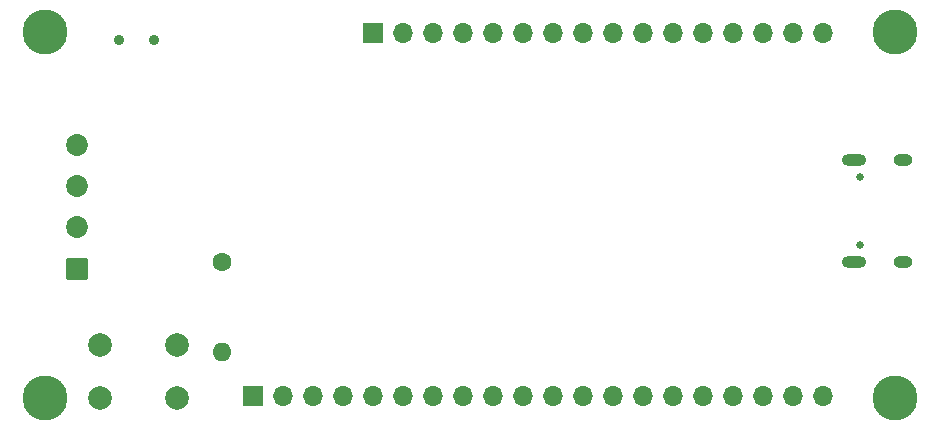
<source format=gbr>
%TF.GenerationSoftware,KiCad,Pcbnew,7.0.5-0*%
%TF.CreationDate,2024-02-18T02:25:47-06:00*%
%TF.ProjectId,STM32_BluePill,53544d33-325f-4426-9c75-6550696c6c2e,1*%
%TF.SameCoordinates,Original*%
%TF.FileFunction,Soldermask,Bot*%
%TF.FilePolarity,Negative*%
%FSLAX46Y46*%
G04 Gerber Fmt 4.6, Leading zero omitted, Abs format (unit mm)*
G04 Created by KiCad (PCBNEW 7.0.5-0) date 2024-02-18 02:25:47*
%MOMM*%
%LPD*%
G01*
G04 APERTURE LIST*
G04 Aperture macros list*
%AMRoundRect*
0 Rectangle with rounded corners*
0 $1 Rounding radius*
0 $2 $3 $4 $5 $6 $7 $8 $9 X,Y pos of 4 corners*
0 Add a 4 corners polygon primitive as box body*
4,1,4,$2,$3,$4,$5,$6,$7,$8,$9,$2,$3,0*
0 Add four circle primitives for the rounded corners*
1,1,$1+$1,$2,$3*
1,1,$1+$1,$4,$5*
1,1,$1+$1,$6,$7*
1,1,$1+$1,$8,$9*
0 Add four rect primitives between the rounded corners*
20,1,$1+$1,$2,$3,$4,$5,0*
20,1,$1+$1,$4,$5,$6,$7,0*
20,1,$1+$1,$6,$7,$8,$9,0*
20,1,$1+$1,$8,$9,$2,$3,0*%
G04 Aperture macros list end*
%ADD10C,3.800000*%
%ADD11C,0.900000*%
%ADD12C,0.650000*%
%ADD13O,2.100000X1.000000*%
%ADD14O,1.600000X1.000000*%
%ADD15R,1.700000X1.700000*%
%ADD16O,1.700000X1.700000*%
%ADD17C,1.600000*%
%ADD18O,1.600000X1.600000*%
%ADD19RoundRect,0.102000X0.825000X-0.825000X0.825000X0.825000X-0.825000X0.825000X-0.825000X-0.825000X0*%
%ADD20C,1.854000*%
%ADD21C,2.000000*%
G04 APERTURE END LIST*
D10*
%TO.C,H1*%
X105198000Y-113491500D03*
%TD*%
D11*
%TO.C,SW1*%
X114473000Y-83116500D03*
X111473000Y-83116500D03*
%TD*%
D12*
%TO.C,J1*%
X174245000Y-100540000D03*
X174245000Y-94760000D03*
D13*
X173715000Y-101970000D03*
D14*
X177895000Y-101970000D03*
D13*
X173715000Y-93330000D03*
D14*
X177895000Y-93330000D03*
%TD*%
D15*
%TO.C,J5*%
X122842000Y-113277500D03*
D16*
X125382000Y-113277500D03*
X127922000Y-113277500D03*
X130462000Y-113277500D03*
X133002000Y-113277500D03*
X135542000Y-113277500D03*
X138082000Y-113277500D03*
X140622000Y-113277500D03*
X143162000Y-113277500D03*
X145702000Y-113277500D03*
X148242000Y-113277500D03*
X150782000Y-113277500D03*
X153322000Y-113277500D03*
X155862000Y-113277500D03*
X158402000Y-113277500D03*
X160942000Y-113277500D03*
X163482000Y-113277500D03*
X166022000Y-113277500D03*
X168562000Y-113277500D03*
X171102000Y-113277500D03*
%TD*%
D10*
%TO.C,H2*%
X105198000Y-82491500D03*
%TD*%
D17*
%TO.C,R10*%
X120198000Y-101931500D03*
D18*
X120198000Y-109551500D03*
%TD*%
D10*
%TO.C,H4*%
X177198000Y-113491500D03*
%TD*%
D19*
%TO.C,J4*%
X107936000Y-102525500D03*
D20*
X107936000Y-99025500D03*
X107936000Y-95525500D03*
X107936000Y-92025500D03*
%TD*%
D15*
%TO.C,J6*%
X133000000Y-82550000D03*
D16*
X135540000Y-82550000D03*
X138080000Y-82550000D03*
X140620000Y-82550000D03*
X143160000Y-82550000D03*
X145700000Y-82550000D03*
X148240000Y-82550000D03*
X150780000Y-82550000D03*
X153320000Y-82550000D03*
X155860000Y-82550000D03*
X158400000Y-82550000D03*
X160940000Y-82550000D03*
X163480000Y-82550000D03*
X166020000Y-82550000D03*
X168560000Y-82550000D03*
X171100000Y-82550000D03*
%TD*%
D10*
%TO.C,H3*%
X177198000Y-82491500D03*
%TD*%
D21*
%TO.C,SW2*%
X116350001Y-113500000D03*
X109850001Y-113500000D03*
X116350001Y-109000000D03*
X109850001Y-109000000D03*
%TD*%
M02*

</source>
